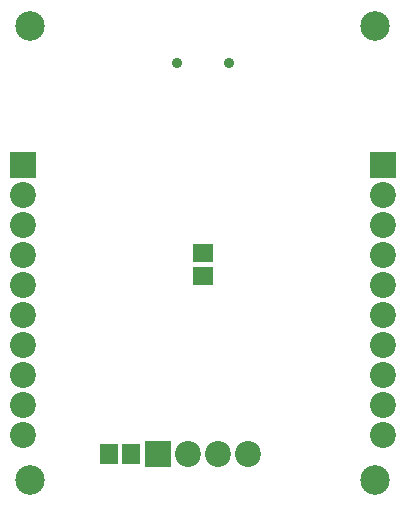
<source format=gbr>
G04 DipTrace 3.1.0.1*
G04 Íèæíÿÿìàñêà.gbr*
%MOIN*%
G04 #@! TF.FileFunction,Soldermask,Bot*
G04 #@! TF.Part,Single*
%ADD33C,0.098425*%
%ADD34C,0.035433*%
%ADD45C,0.086614*%
%ADD47R,0.086614X0.086614*%
%ADD55R,0.066929X0.059055*%
%ADD57R,0.059055X0.066929*%
%FSLAX26Y26*%
G04*
G70*
G90*
G75*
G01*
G04 BotMask*
%LPD*%
D55*
X662570Y843839D3*
Y769035D3*
D57*
X424942Y175018D3*
X350139D3*
D33*
X1237501Y1600001D3*
X87501D3*
X87500Y87500D3*
X1237630Y87509D3*
D34*
X749096Y1477657D3*
X575867D3*
D47*
X1262500Y1137500D3*
D45*
Y1037500D3*
Y937500D3*
Y837500D3*
Y737500D3*
Y637500D3*
Y537500D3*
Y437500D3*
Y337500D3*
Y237500D3*
D47*
X62500Y1137500D3*
D45*
Y1037500D3*
Y937500D3*
Y837500D3*
Y737500D3*
Y637500D3*
Y537500D3*
Y437500D3*
Y337500D3*
Y237500D3*
D47*
X512570Y175018D3*
D45*
X612570D3*
X712570D3*
X812570D3*
M02*

</source>
